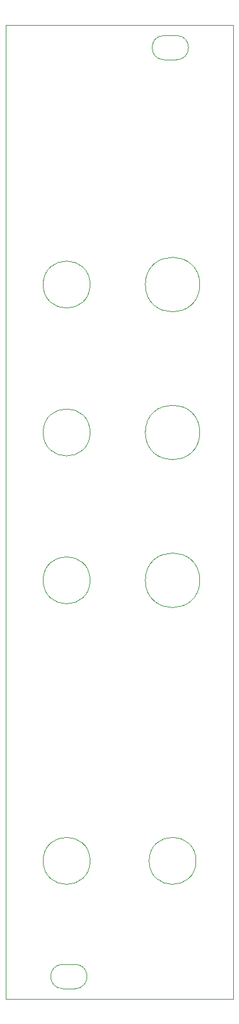
<source format=gbr>
%TF.GenerationSoftware,KiCad,Pcbnew,(6.0.1)*%
%TF.CreationDate,2023-06-10T19:21:27+02:00*%
%TF.ProjectId,mixerfront,6d697865-7266-4726-9f6e-742e6b696361,rev?*%
%TF.SameCoordinates,Original*%
%TF.FileFunction,Soldermask,Top*%
%TF.FilePolarity,Negative*%
%FSLAX46Y46*%
G04 Gerber Fmt 4.6, Leading zero omitted, Abs format (unit mm)*
G04 Created by KiCad (PCBNEW (6.0.1)) date 2023-06-10 19:21:27*
%MOMM*%
%LPD*%
G01*
G04 APERTURE LIST*
%TA.AperFunction,Profile*%
%ADD10C,0.100000*%
%TD*%
G04 APERTURE END LIST*
D10*
X100600000Y-123250000D02*
G75*
G03*
X100600000Y-123250000I-3600000J0D01*
G01*
X82500000Y-173900000D02*
X84100000Y-173900000D01*
X100600000Y-84250000D02*
G75*
G03*
X100600000Y-84250000I-3600000J0D01*
G01*
X75000000Y-169249999D02*
X75000000Y-178499999D01*
X100600000Y-103750000D02*
G75*
G03*
X100600000Y-103750000I-3600000J0D01*
G01*
X105000000Y-178499998D02*
X105000000Y-169250000D01*
X82500000Y-177100000D02*
X84100000Y-177100000D01*
X97500000Y-54600000D02*
X95900000Y-54600000D01*
X105000000Y-59250000D02*
X105000000Y-50000000D01*
X105000000Y-59250000D02*
X105000000Y-169250000D01*
X97500000Y-51400000D02*
X95900000Y-51400000D01*
X86100000Y-123250000D02*
G75*
G03*
X86100000Y-123250000I-3100000J0D01*
G01*
X86100000Y-103750000D02*
G75*
G03*
X86100000Y-103750000I-3100000J0D01*
G01*
X86100000Y-84250000D02*
G75*
G03*
X86100000Y-84250000I-3100000J0D01*
G01*
X75000000Y-50000000D02*
X75000000Y-59250000D01*
X84100000Y-177100000D02*
G75*
G03*
X84100000Y-173900000I0J1600000D01*
G01*
X105000000Y-50000000D02*
X75000000Y-50000000D01*
X75000000Y-169250000D02*
X75000000Y-59250000D01*
X86100000Y-160250000D02*
G75*
G03*
X86100000Y-160250000I-3100000J0D01*
G01*
X75000000Y-178499999D02*
X105000000Y-178499998D01*
X82500000Y-173900000D02*
G75*
G03*
X82500000Y-177100000I0J-1600000D01*
G01*
X100100000Y-160250000D02*
G75*
G03*
X100100000Y-160250000I-3100000J0D01*
G01*
X95900000Y-51400000D02*
G75*
G03*
X95900000Y-54600000I0J-1600000D01*
G01*
X97500000Y-54600000D02*
G75*
G03*
X97500000Y-51400000I0J1600000D01*
G01*
M02*

</source>
